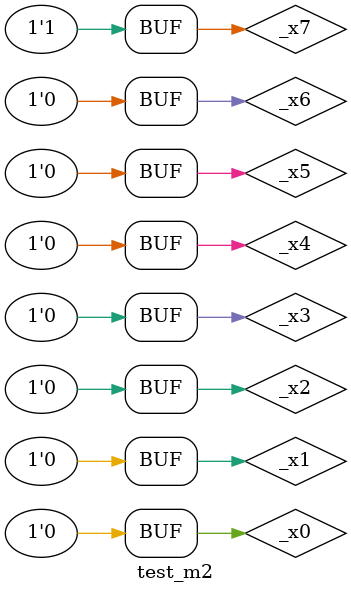
<source format=v>
module d1 (x0,x1,x2,x3,x4,x5,x6,x7,f0,f1,f2,f3,f4,f5,f6,f7,cout);
  input x0,x1,x2,x3,x4,x5,x6,x7;
  output f0,f1,f2,f3,f4,f5,f6,f7,cout;
  buf (f0,0);
  buf (f1,x0);
  buf (f2,x1);
  buf (f3,x2);
  buf (f4,x3);
  buf (f5,x4);
  buf (f6,x5);
  buf (f7,x6);
  buf (cout,x7);
  
endmodule

module test_m2();
  reg _x0,_x1,_x2,_x3,_x4,_x5,_x6,_x7;
  wire _f0,_f1,_f2,_f3,_f4,_f5,_f6,_f7;
  
  d1 test(.x0(_x0),.x1(_x1),.x2(_x2),.x3(_x3),.x4(_x4),.x5(_x5),.x6(_x6),.x7(_x7),.f0(_f0),.f1(_f1),.f2(_f2),.f3(_f3),.f4(_f4),.f5(_f5),.f6(_f6),.f7(_f7),.cout(_cout));
  
  initial begin
    _x0=1'b1;  _x1=1'b0;  _x2=1'b0; _x3=1'b0; _x4=1'b0; _x5=1'b0; _x6=1'b0; _x7=1'b0;
    #20
    _x0=1'b0;  _x1=1'b1;  _x2=1'b0; _x3=1'b0; _x4=1'b0; _x5=1'b0; _x6=1'b0; _x7=1'b0;
    #20
    _x0=1'b0;  _x1=1'b0;  _x2=1'b1; _x3=1'b0; _x4=1'b0; _x5=1'b0; _x6=1'b0; _x7=1'b0;
    #20
    _x0=1'b0;  _x1=1'b0;  _x2=1'b0; _x3=1'b1; _x4=1'b0; _x5=1'b0; _x6=1'b0; _x7=1'b0;
    #20
    _x0=1'b0;  _x1=1'b0;  _x2=1'b0; _x3=1'b0; _x4=1'b1; _x5=1'b0; _x6=1'b0; _x7=1'b0;
    #20
    _x0=1'b0;  _x1=1'b0;  _x2=1'b0; _x3=1'b0; _x4=1'b0; _x5=1'b1; _x6=1'b0; _x7=1'b0;
    #20
    _x0=1'b0;  _x1=1'b0;  _x2=1'b0; _x3=1'b0; _x4=1'b0; _x5=1'b0; _x6=1'b1; _x7=1'b0;
    #20
    _x0=1'b0;  _x1=1'b0;  _x2=1'b0; _x3=1'b0; _x4=1'b0; _x5=1'b0; _x6=1'b0; _x7=1'b1;
  end
  endmodule
</source>
